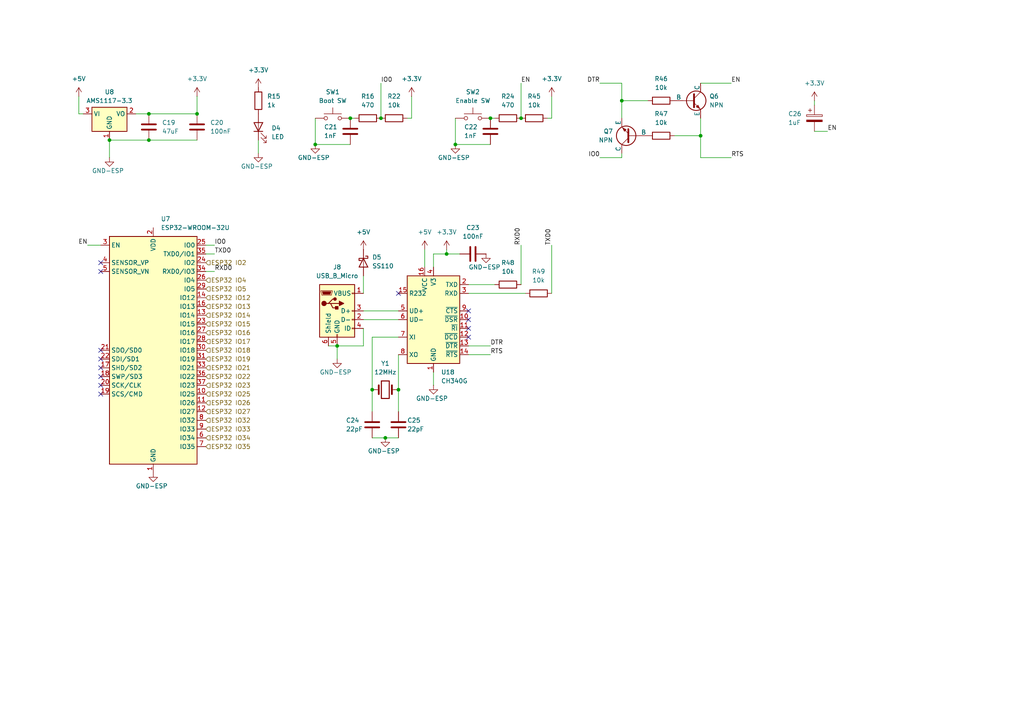
<source format=kicad_sch>
(kicad_sch (version 20231120) (generator "eeschema") (generator_version "8.0")
  (paper "A4")
  (lib_symbols
    (symbol "Connector:USB_B_Micro" (pin_names (offset 1.016))
      (property "Reference" "J" (at -5.08 11.43 0))
      (property "Value" "USB_B_Micro" (at -5.08 8.89 0))
      (symbol "USB_B_Micro_0_1"
        (rectangle (start -5.08 -7.62) (end 5.08 7.62) (stroke (width 0.254)) (fill (type background)))
        (circle (center -3.81 2.159) (radius 0.635) (stroke (width 0.254)) (fill (type outline)))
        (circle (center -0.635 3.429) (radius 0.381) (stroke (width 0.254)) (fill (type outline)))
        (rectangle (start -0.127 -7.62) (end 0.127 -6.858))
        (polyline (pts (xy -1.905 2.159) (xy 0.635 2.159)) (stroke (width 0.254)))
        (polyline (pts (xy -3.175 2.159) (xy -2.54 2.159) (xy -1.27 3.429) (xy -0.635 3.429)) (stroke (width 0.254)))
        (polyline (pts (xy -2.54 2.159) (xy -1.905 2.159) (xy -1.27 0.889) (xy 0 0.889)) (stroke (width 0.254)))
        (polyline (pts (xy 0.635 2.794) (xy 0.635 1.524) (xy 1.905 2.159) (xy 0.635 2.794)) (stroke (width 0.254)) (fill (type outline)))
        (polyline (pts (xy -4.318 5.588) (xy -1.778 5.588) (xy -2.032 4.826) (xy -4.064 4.826) (xy -4.318 5.588)) (fill (type outline)))
        (polyline (pts (xy -4.699 5.842) (xy -4.699 5.588) (xy -4.445 4.826) (xy -4.445 4.572) (xy -1.651 4.572) (xy -1.651 4.826) (xy -1.397 5.588) (xy -1.397 5.842) (xy -4.699 5.842)))
        (rectangle (start 0.254 1.27) (end -0.508 0.508) (stroke (width 0.254)) (fill (type outline)))
        (rectangle (start 5.08 -5.207) (end 4.318 -4.953))
        (rectangle (start 5.08 -2.667) (end 4.318 -2.413))
        (rectangle (start 5.08 -0.127) (end 4.318 0.127))
        (rectangle (start 5.08 4.953) (end 4.318 5.207))
      )
      (symbol "USB_B_Micro_1_1"
        (pin power_out line (at 7.62 5.08 180) (length 2.54) (name "VBUS") (number "1"))
        (pin bidirectional line (at 7.62 -2.54 180) (length 2.54) (name "D-") (number "2"))
        (pin bidirectional line (at 7.62 0 180) (length 2.54) (name "D+") (number "3"))
        (pin passive line (at 7.62 -5.08 180) (length 2.54) (name "ID") (number "4"))
        (pin power_out line (at 0 -10.16 90) (length 2.54) (name "GND") (number "5"))
        (pin passive line (at -2.54 -10.16 90) (length 2.54) (name "Shield") (number "6"))
      )
    )
    (symbol "Device:C" (pin_numbers hide) (pin_names (offset 0.254))
      (property "Reference" "C" (at 0.635 2.54 0))
      (property "Value" "C" (at 0.635 -2.54 0))
      (symbol "C_0_1"
        (polyline (pts (xy -2.032 -0.762) (xy 2.032 -0.762)) (stroke (width 0.508)))
        (polyline (pts (xy -2.032 0.762) (xy 2.032 0.762)) (stroke (width 0.508)))
      )
      (symbol "C_1_1"
        (pin passive line (at 0 3.81 270) (length 2.794) (name "~") (number "1"))
        (pin passive line (at 0 -3.81 90) (length 2.794) (name "~") (number "2"))
      )
    )
    (symbol "Device:C_Polarized" (pin_numbers hide) (pin_names (offset 0.254))
      (property "Reference" "C" (at 0.635 2.54 0))
      (property "Value" "C_Polarized" (at 0.635 -2.54 0))
      (symbol "C_Polarized_0_1"
        (rectangle (start -2.286 0.508) (end 2.286 1.016))
        (polyline (pts (xy -1.778 2.286) (xy -0.762 2.286)))
        (polyline (pts (xy -1.27 2.794) (xy -1.27 1.778)))
        (rectangle (start 2.286 -0.508) (end -2.286 -1.016) (fill (type outline)))
      )
      (symbol "C_Polarized_1_1"
        (pin passive line (at 0 3.81 270) (length 2.794) (name "~") (number "1"))
        (pin passive line (at 0 -3.81 90) (length 2.794) (name "~") (number "2"))
      )
    )
    (symbol "Device:Crystal" (pin_numbers hide) (pin_names (offset 1.016) hide)
      (property "Reference" "Y" (at 0 3.81 0))
      (property "Value" "Crystal" (at 0 -3.81 0))
      (symbol "Crystal_0_1"
        (rectangle (start -1.143 2.54) (end 1.143 -2.54) (stroke (width 0.3048)))
        (polyline (pts (xy -2.54 0) (xy -1.905 0)))
        (polyline (pts (xy -1.905 -1.27) (xy -1.905 1.27)) (stroke (width 0.508)))
        (polyline (pts (xy 1.905 -1.27) (xy 1.905 1.27)) (stroke (width 0.508)))
        (polyline (pts (xy 2.54 0) (xy 1.905 0)))
      )
      (symbol "Crystal_1_1"
        (pin passive line (at -3.81 0 0) (length 1.27) (name "1") (number "1"))
        (pin passive line (at 3.81 0 180) (length 1.27) (name "2") (number "2"))
      )
    )
    (symbol "Device:LED" (pin_numbers hide) (pin_names (offset 1.016) hide)
      (property "Reference" "D" (at 0 2.54 0))
      (property "Value" "LED" (at 0 -2.54 0))
      (symbol "LED_0_1"
        (polyline (pts (xy -1.27 -1.27) (xy -1.27 1.27)) (stroke (width 0.254)))
        (polyline (pts (xy -1.27 0) (xy 1.27 0)))
        (polyline (pts (xy 1.27 -1.27) (xy 1.27 1.27) (xy -1.27 0) (xy 1.27 -1.27)) (stroke (width 0.254)))
        (polyline (pts (xy -3.048 -0.762) (xy -4.572 -2.286) (xy -3.81 -2.286) (xy -4.572 -2.286) (xy -4.572 -1.524)))
        (polyline (pts (xy -1.778 -0.762) (xy -3.302 -2.286) (xy -2.54 -2.286) (xy -3.302 -2.286) (xy -3.302 -1.524)))
      )
      (symbol "LED_1_1"
        (pin passive line (at -3.81 0 0) (length 2.54) (name "K") (number "1"))
        (pin passive line (at 3.81 0 180) (length 2.54) (name "A") (number "2"))
      )
    )
    (symbol "Device:R" (pin_numbers hide) (pin_names (offset 0))
      (property "Reference" "R" (at 2.032 0 90))
      (property "Value" "R" (at 0 0 90))
      (symbol "R_0_1"
        (rectangle (start -1.016 -2.54) (end 1.016 2.54) (stroke (width 0.254)))
      )
      (symbol "R_1_1"
        (pin passive line (at 0 3.81 270) (length 1.27) (name "~") (number "1"))
        (pin passive line (at 0 -3.81 90) (length 1.27) (name "~") (number "2"))
      )
    )
    (symbol "Diode:SS110" (pin_numbers hide) (pin_names (offset 1.016) hide)
      (property "Reference" "D" (at 0 2.54 0))
      (property "Value" "SS110" (at 0 -2.54 0))
      (symbol "SS110_0_1"
        (polyline (pts (xy 1.27 0) (xy -1.27 0)))
        (polyline (pts (xy 1.27 1.27) (xy 1.27 -1.27) (xy -1.27 0) (xy 1.27 1.27)) (stroke (width 0.254)))
        (polyline (pts (xy -1.905 0.635) (xy -1.905 1.27) (xy -1.27 1.27) (xy -1.27 -1.27) (xy -0.635 -1.27) (xy -0.635 -0.635)) (stroke (width 0.254)))
      )
      (symbol "SS110_1_1"
        (pin passive line (at -3.81 0 0) (length 2.54) (name "K") (number "1"))
        (pin passive line (at 3.81 0 180) (length 2.54) (name "A") (number "2"))
      )
    )
    (symbol "Interface_USB:CH340G"
      (property "Reference" "U" (at -5.08 13.97 0))
      (property "Value" "CH340G" (at 1.27 13.97 0))
      (symbol "CH340G_0_1"
        (rectangle (start -7.62 12.7) (end 7.62 -12.7) (stroke (width 0.254)) (fill (type background)))
      )
      (symbol "CH340G_1_1"
        (pin power_in line (at 0 -15.24 90) (length 2.54) (name "GND") (number "1"))
        (pin input line (at 10.16 0 180) (length 2.54) (name "~{DSR}") (number "10"))
        (pin input line (at 10.16 -2.54 180) (length 2.54) (name "~{RI}") (number "11"))
        (pin input line (at 10.16 -5.08 180) (length 2.54) (name "~{DCD}") (number "12"))
        (pin output line (at 10.16 -7.62 180) (length 2.54) (name "~{DTR}") (number "13"))
        (pin output line (at 10.16 -10.16 180) (length 2.54) (name "~{RTS}") (number "14"))
        (pin input line (at -10.16 7.62 0) (length 2.54) (name "R232") (number "15"))
        (pin power_in line (at -2.54 15.24 270) (length 2.54) (name "VCC") (number "16"))
        (pin output line (at 10.16 10.16 180) (length 2.54) (name "TXD") (number "2"))
        (pin input line (at 10.16 7.62 180) (length 2.54) (name "RXD") (number "3"))
        (pin power_out line (at 0 15.24 270) (length 2.54) (name "V3") (number "4"))
        (pin bidirectional line (at -10.16 2.54 0) (length 2.54) (name "UD+") (number "5"))
        (pin bidirectional line (at -10.16 0 0) (length 2.54) (name "UD-") (number "6"))
        (pin input line (at -10.16 -5.08 0) (length 2.54) (name "XI") (number "7"))
        (pin output line (at -10.16 -10.16 0) (length 2.54) (name "XO") (number "8"))
        (pin input line (at 10.16 2.54 180) (length 2.54) (name "~{CTS}") (number "9"))
      )
    )
    (symbol "RF_Module:ESP32-WROOM-32U"
      (property "Reference" "U" (at -12.7 34.29 0))
      (property "Value" "ESP32-WROOM-32U" (at 1.27 34.29 0))
      (symbol "ESP32-WROOM-32U_0_1"
        (rectangle (start -12.7 33.02) (end 12.7 -33.02) (stroke (width 0.254)) (fill (type background)))
      )
      (symbol "ESP32-WROOM-32U_1_1"
        (pin power_in line (at 0 -35.56 90) (length 2.54) (name "GND") (number "1"))
        (pin bidirectional line (at 15.24 -12.7 180) (length 2.54) (name "IO25") (number "10"))
        (pin bidirectional line (at 15.24 -15.24 180) (length 2.54) (name "IO26") (number "11"))
        (pin bidirectional line (at 15.24 -17.78 180) (length 2.54) (name "IO27") (number "12"))
        (pin bidirectional line (at 15.24 10.16 180) (length 2.54) (name "IO14") (number "13"))
        (pin bidirectional line (at 15.24 15.24 180) (length 2.54) (name "IO12") (number "14"))
        (pin passive line (at 0 -35.56 90) (length 2.54) hide (name "GND") (number "15"))
        (pin bidirectional line (at 15.24 12.7 180) (length 2.54) (name "IO13") (number "16"))
        (pin bidirectional line (at -15.24 -5.08 0) (length 2.54) (name "SHD/SD2") (number "17"))
        (pin bidirectional line (at -15.24 -7.62 0) (length 2.54) (name "SWP/SD3") (number "18"))
        (pin bidirectional line (at -15.24 -12.7 0) (length 2.54) (name "SCS/CMD") (number "19"))
        (pin power_in line (at 0 35.56 270) (length 2.54) (name "VDD") (number "2"))
        (pin bidirectional line (at -15.24 -10.16 0) (length 2.54) (name "SCK/CLK") (number "20"))
        (pin bidirectional line (at -15.24 0 0) (length 2.54) (name "SDO/SD0") (number "21"))
        (pin bidirectional line (at -15.24 -2.54 0) (length 2.54) (name "SDI/SD1") (number "22"))
        (pin bidirectional line (at 15.24 7.62 180) (length 2.54) (name "IO15") (number "23"))
        (pin bidirectional line (at 15.24 25.4 180) (length 2.54) (name "IO2") (number "24"))
        (pin bidirectional line (at 15.24 30.48 180) (length 2.54) (name "IO0") (number "25"))
        (pin bidirectional line (at 15.24 20.32 180) (length 2.54) (name "IO4") (number "26"))
        (pin bidirectional line (at 15.24 5.08 180) (length 2.54) (name "IO16") (number "27"))
        (pin bidirectional line (at 15.24 2.54 180) (length 2.54) (name "IO17") (number "28"))
        (pin bidirectional line (at 15.24 17.78 180) (length 2.54) (name "IO5") (number "29"))
        (pin input line (at -15.24 30.48 0) (length 2.54) (name "EN") (number "3"))
        (pin bidirectional line (at 15.24 0 180) (length 2.54) (name "IO18") (number "30"))
        (pin bidirectional line (at 15.24 -2.54 180) (length 2.54) (name "IO19") (number "31"))
        (pin no_connect line (at -12.7 -27.94 0) (length 2.54) hide (name "NC") (number "32"))
        (pin bidirectional line (at 15.24 -5.08 180) (length 2.54) (name "IO21") (number "33"))
        (pin bidirectional line (at 15.24 22.86 180) (length 2.54) (name "RXD0/IO3") (number "34"))
        (pin bidirectional line (at 15.24 27.94 180) (length 2.54) (name "TXD0/IO1") (number "35"))
        (pin bidirectional line (at 15.24 -7.62 180) (length 2.54) (name "IO22") (number "36"))
        (pin bidirectional line (at 15.24 -10.16 180) (length 2.54) (name "IO23") (number "37"))
        (pin passive line (at 0 -35.56 90) (length 2.54) hide (name "GND") (number "38"))
        (pin passive line (at 0 -35.56 90) (length 2.54) hide (name "GND") (number "39"))
        (pin input line (at -15.24 25.4 0) (length 2.54) (name "SENSOR_VP") (number "4"))
        (pin input line (at -15.24 22.86 0) (length 2.54) (name "SENSOR_VN") (number "5"))
        (pin input line (at 15.24 -25.4 180) (length 2.54) (name "IO34") (number "6"))
        (pin input line (at 15.24 -27.94 180) (length 2.54) (name "IO35") (number "7"))
        (pin bidirectional line (at 15.24 -20.32 180) (length 2.54) (name "IO32") (number "8"))
        (pin bidirectional line (at 15.24 -22.86 180) (length 2.54) (name "IO33") (number "9"))
      )
    )
    (symbol "Regulator_Linear:AMS1117-3.3"
      (property "Reference" "U" (at -3.81 3.175 0))
      (property "Value" "AMS1117-3.3" (at 0 3.175 0))
      (symbol "AMS1117-3.3_0_1"
        (rectangle (start -5.08 -5.08) (end 5.08 1.905) (stroke (width 0.254)) (fill (type background)))
      )
      (symbol "AMS1117-3.3_1_1"
        (pin power_in line (at 0 -7.62 90) (length 2.54) (name "GND") (number "1"))
        (pin power_out line (at 7.62 0 180) (length 2.54) (name "VO") (number "2"))
        (pin power_in line (at -7.62 0 0) (length 2.54) (name "VI") (number "3"))
      )
    )
    (symbol "Simulation_SPICE:NPN" (pin_numbers hide) (pin_names (offset 0))
      (property "Reference" "Q" (at -2.54 7.62 0))
      (property "Value" "NPN" (at -2.54 5.08 0))
      (symbol "NPN_0_1"
        (polyline (pts (xy -2.54 0) (xy 0.635 0)) (stroke (width 0.1524)))
        (polyline (pts (xy 0.635 0.635) (xy 2.54 2.54)))
        (polyline (pts (xy 2.794 -1.27) (xy 2.794 -1.27)) (stroke (width 0.1524)))
        (polyline (pts (xy 2.794 -1.27) (xy 2.794 -1.27)) (stroke (width 0.1524)))
        (polyline (pts (xy 0.635 -0.635) (xy 2.54 -2.54) (xy 2.54 -2.54)))
        (polyline (pts (xy 0.635 1.905) (xy 0.635 -1.905) (xy 0.635 -1.905)) (stroke (width 0.508)))
        (polyline (pts (xy 1.27 -1.778) (xy 1.778 -1.27) (xy 2.286 -2.286) (xy 1.27 -1.778) (xy 1.27 -1.778)) (fill (type outline)))
        (circle (center 1.27 0) (radius 2.8194) (stroke (width 0.254)))
      )
      (symbol "NPN_1_1"
        (pin open_collector line (at 2.54 5.08 270) (length 2.54) (name "C") (number "1"))
        (pin input line (at -5.08 0 0) (length 2.54) (name "B") (number "2"))
        (pin open_emitter line (at 2.54 -5.08 90) (length 2.54) (name "E") (number "3"))
      )
    )
    (symbol "Switch:SW_Push" (pin_numbers hide) (pin_names (offset 1.016) hide)
      (property "Reference" "SW" (at 1.27 2.54 0))
      (property "Value" "SW_Push" (at 0 -1.524 0))
      (symbol "SW_Push_0_1"
        (circle (center -2.032 0) (radius 0.508))
        (polyline (pts (xy 0 1.27) (xy 0 3.048)))
        (polyline (pts (xy 2.54 1.27) (xy -2.54 1.27)))
        (circle (center 2.032 0) (radius 0.508))
        (pin passive line (at -5.08 0 0) (length 2.54) (name "1") (number "1"))
        (pin passive line (at 5.08 0 180) (length 2.54) (name "2") (number "2"))
      )
    )
    (symbol "power:+12V" (power) (pin_numbers hide) (pin_names (offset 0) hide)
      (property "Value" "+12V" (at 0 3.556 0))
      (symbol "+12V_0_1"
        (polyline (pts (xy -0.762 1.27) (xy 0 2.54)))
        (polyline (pts (xy 0 0) (xy 0 2.54)))
        (polyline (pts (xy 0 2.54) (xy 0.762 1.27)))
      )
      (symbol "+12V_1_1"
        (pin power_in line (at 0 0 90) (length 0) (name "~") (number "1"))
      )
    )
    (symbol "power:GND" (power) (pin_numbers hide) (pin_names (offset 0) hide)
      (property "Value" "GND" (at 0 -3.81 0))
      (symbol "GND_0_1"
        (polyline (pts (xy 0 0) (xy 0 -1.27) (xy 1.27 -1.27) (xy 0 -2.54) (xy -1.27 -1.27) (xy 0 -1.27)))
      )
      (symbol "GND_1_1"
        (pin power_in line (at 0 0 270) (length 0) (name "~") (number "1"))
      )
    )
  )
  (junction (at 151.13 34.29))
  (junction (at 132.08 41.91))
  (junction (at 91.44 41.91))
  (junction (at 142.24 34.29))
  (junction (at 111.76 127))
  (junction (at 115.57 113.03))
  (junction (at 97.79 100.33))
  (junction (at 180.34 29.21))
  (junction (at 43.18 40.64))
  (junction (at 107.95 113.03))
  (junction (at 203.2 39.37))
  (junction (at 101.6 34.29))
  (junction (at 43.18 33.02))
  (junction (at 57.15 33.02))
  (junction (at 31.75 40.64))
  (junction (at 110.49 34.29))
  (junction (at 129.54 73.66))
  (no_connect (at 29.21 111.76))
  (no_connect (at 29.21 104.14))
  (no_connect (at 29.21 106.68))
  (no_connect (at 29.21 78.74))
  (no_connect (at 135.89 97.79))
  (no_connect (at 29.21 114.3))
  (no_connect (at 29.21 109.22))
  (no_connect (at 29.21 101.6))
  (no_connect (at 135.89 90.17))
  (no_connect (at 115.57 85.09))
  (no_connect (at 29.21 76.2))
  (no_connect (at 135.89 92.71))
  (no_connect (at 135.89 95.25))
  (wire (pts (xy 143.51 34.29) (xy 142.24 34.29)))
  (wire (pts (xy 105.41 100.33) (xy 97.79 100.33)))
  (wire (pts (xy 125.73 73.66) (xy 129.54 73.66)))
  (wire (pts (xy 142.24 100.33) (xy 135.89 100.33)))
  (wire (pts (xy 119.38 27.94) (xy 119.38 34.29)))
  (wire (pts (xy 125.73 111.76) (xy 125.73 107.95)))
  (wire (pts (xy 31.75 40.64) (xy 43.18 40.64)))
  (wire (pts (xy 115.57 97.79) (xy 107.95 97.79)))
  (wire (pts (xy 39.37 33.02) (xy 43.18 33.02)))
  (wire (pts (xy 105.41 92.71) (xy 115.57 92.71)))
  (wire (pts (xy 135.89 82.55) (xy 143.51 82.55)))
  (wire (pts (xy 180.34 45.72) (xy 180.34 44.45)))
  (wire (pts (xy 195.58 39.37) (xy 203.2 39.37)))
  (wire (pts (xy 180.34 29.21) (xy 180.34 34.29)))
  (wire (pts (xy 173.99 24.13) (xy 180.34 24.13)))
  (wire (pts (xy 62.23 71.12) (xy 59.69 71.12)))
  (wire (pts (xy 91.44 41.91) (xy 101.6 41.91)))
  (wire (pts (xy 160.02 71.12) (xy 160.02 85.09)))
  (wire (pts (xy 212.09 45.72) (xy 203.2 45.72)))
  (wire (pts (xy 180.34 29.21) (xy 187.96 29.21)))
  (wire (pts (xy 123.19 72.39) (xy 123.19 77.47)))
  (wire (pts (xy 203.2 45.72) (xy 203.2 39.37)))
  (wire (pts (xy 160.02 34.29) (xy 158.75 34.29)))
  (wire (pts (xy 57.15 27.94) (xy 57.15 33.02)))
  (wire (pts (xy 107.95 97.79) (xy 107.95 113.03)))
  (wire (pts (xy 74.93 44.45) (xy 74.93 40.64)))
  (wire (pts (xy 115.57 119.38) (xy 115.57 113.03)))
  (wire (pts (xy 25.4 71.12) (xy 29.21 71.12)))
  (wire (pts (xy 62.23 78.74) (xy 59.69 78.74)))
  (wire (pts (xy 151.13 24.13) (xy 151.13 34.29)))
  (wire (pts (xy 129.54 72.39) (xy 129.54 73.66)))
  (wire (pts (xy 173.99 45.72) (xy 180.34 45.72)))
  (wire (pts (xy 107.95 119.38) (xy 107.95 113.03)))
  (wire (pts (xy 180.34 24.13) (xy 180.34 29.21)))
  (wire (pts (xy 97.79 104.14) (xy 97.79 100.33)))
  (wire (pts (xy 62.23 73.66) (xy 59.69 73.66)))
  (wire (pts (xy 111.76 127) (xy 115.57 127)))
  (wire (pts (xy 107.95 127) (xy 111.76 127)))
  (wire (pts (xy 91.44 41.91) (xy 91.44 34.29)))
  (wire (pts (xy 142.24 102.87) (xy 135.89 102.87)))
  (wire (pts (xy 43.18 40.64) (xy 57.15 40.64)))
  (wire (pts (xy 212.09 24.13) (xy 203.2 24.13)))
  (wire (pts (xy 160.02 27.94) (xy 160.02 34.29)))
  (wire (pts (xy 203.2 39.37) (xy 203.2 34.29)))
  (wire (pts (xy 125.73 73.66) (xy 125.73 77.47)))
  (wire (pts (xy 22.86 33.02) (xy 24.13 33.02)))
  (wire (pts (xy 132.08 41.91) (xy 142.24 41.91)))
  (wire (pts (xy 31.75 45.72) (xy 31.75 40.64)))
  (wire (pts (xy 110.49 24.13) (xy 110.49 34.29)))
  (wire (pts (xy 119.38 34.29) (xy 118.11 34.29)))
  (wire (pts (xy 105.41 80.01) (xy 105.41 85.09)))
  (wire (pts (xy 129.54 73.66) (xy 133.35 73.66)))
  (wire (pts (xy 102.87 34.29) (xy 101.6 34.29)))
  (wire (pts (xy 132.08 41.91) (xy 132.08 34.29)))
  (wire (pts (xy 95.25 100.33) (xy 97.79 100.33)))
  (wire (pts (xy 151.13 71.12) (xy 151.13 82.55)))
  (wire (pts (xy 240.03 38.1) (xy 236.22 38.1)))
  (wire (pts (xy 115.57 102.87) (xy 115.57 113.03)))
  (wire (pts (xy 236.22 29.21) (xy 236.22 30.48)))
  (wire (pts (xy 105.41 95.25) (xy 105.41 100.33)))
  (wire (pts (xy 135.89 85.09) (xy 152.4 85.09)))
  (wire (pts (xy 43.18 33.02) (xy 57.15 33.02)))
  (wire (pts (xy 105.41 90.17) (xy 115.57 90.17)))
  (wire (pts (xy 22.86 27.94) (xy 22.86 33.02)))
  (label "TXD0" (at 160.02 71.12 90))
  (label "EN" (at 151.13 24.13 0))
  (label "EN" (at 25.4 71.12 180))
  (label "IO0" (at 62.23 71.12 0))
  (label "RTS" (at 212.09 45.72 0))
  (label "RXD0" (at 62.23 78.74 0))
  (label "RTS" (at 142.24 102.87 0))
  (label "EN" (at 240.03 38.1 0))
  (label "DTR" (at 142.24 100.33 0))
  (label "DTR" (at 173.99 24.13 180))
  (label "EN" (at 212.09 24.13 0))
  (label "IO0" (at 173.99 45.72 180))
  (label "IO0" (at 110.49 24.13 0))
  (label "TXD0" (at 62.23 73.66 0))
  (label "RXD0" (at 151.13 71.12 90))
  (hierarchical_label "ESP32 IO34" (shape input) (at 59.69 127 0))
  (hierarchical_label "ESP32 IO15" (shape input) (at 59.69 93.98 0))
  (hierarchical_label "ESP32 IO26" (shape input) (at 59.69 116.84 0))
  (hierarchical_label "ESP32 IO22" (shape input) (at 59.69 109.22 0))
  (hierarchical_label "ESP32 IO14" (shape input) (at 59.69 91.44 0))
  (hierarchical_label "ESP32 IO16" (shape input) (at 59.69 96.52 0))
  (hierarchical_label "ESP32 IO27" (shape input) (at 59.69 119.38 0))
  (hierarchical_label "ESP32 IO32" (shape input) (at 59.69 121.92 0))
  (hierarchical_label "ESP32 IO17" (shape input) (at 59.69 99.06 0))
  (hierarchical_label "ESP32 IO4" (shape input) (at 59.69 81.28 0))
  (hierarchical_label "ESP32 IO12" (shape input) (at 59.69 86.36 0))
  (hierarchical_label "ESP32 IO35" (shape input) (at 59.69 129.54 0))
  (hierarchical_label "ESP32 IO2" (shape input) (at 59.69 76.2 0))
  (hierarchical_label "ESP32 IO5" (shape input) (at 59.69 83.82 0))
  (hierarchical_label "ESP32 IO13" (shape input) (at 59.69 88.9 0))
  (hierarchical_label "ESP32 IO33" (shape input) (at 59.69 124.46 0))
  (hierarchical_label "ESP32 IO25" (shape input) (at 59.69 114.3 0))
  (hierarchical_label "ESP32 IO21" (shape input) (at 59.69 106.68 0))
  (hierarchical_label "ESP32 IO18" (shape input) (at 59.69 101.6 0))
  (hierarchical_label "ESP32 IO19" (shape input) (at 59.69 104.14 0))
  (hierarchical_label "ESP32 IO23" (shape input) (at 59.69 111.76 0))
  (symbol (lib_id "power:GND") (at 111.76 127 0) (unit 1)
    (property "Reference" "#PWR089" (effects (hide yes)))
    (property "Value" "GND-ESP" (at 106.68 130.81 0) (effects (justify left)))
    (property "Description" "Power symbol creates a global label with name \"GND\" , ground" (effects (hide yes)))
  )
  (symbol (lib_id "power:+12V") (at 105.41 72.39 0) (unit 1)
    (property "Reference" "#PWR088" (effects (hide yes)))
    (property "Value" "+5V" (at 105.41 67.31 0))
    (property "Description" "Power symbol creates a global label with name \"+12V\"" (effects (hide yes)))
  )
  (symbol (lib_id "power:+12V") (at 57.15 27.94 0) (unit 1)
    (property "Reference" "#PWR064" (effects (hide yes)))
    (property "Value" "+3.3V" (at 57.15 22.86 0))
    (property "Description" "Power symbol creates a global label with name \"+12V\"" (effects (hide yes)))
  )
  (symbol (lib_id "power:GND") (at 31.75 45.72 0) (unit 1)
    (property "Reference" "#PWR039" (effects (hide yes)))
    (property "Value" "GND-ESP" (at 26.67 49.53 0) (effects (justify left)))
    (property "Description" "Power symbol creates a global label with name \"GND\" , ground" (effects (hide yes)))
  )
  (symbol (lib_id "RF_Module:ESP32-WROOM-32U") (at 44.45 101.6 0) (unit 1)
    (property "Reference" "U7" (at 46.6441 63.5 0) (effects (justify left)))
    (property "Value" "ESP32-WROOM-32U" (at 46.6441 66.04 0) (effects (justify left)))
    (property "Footprint" "RF_Module:ESP32-WROOM-32U" (effects (hide yes)))
    (property "Datasheet" "https://www.espressif.com/sites/default/files/documentation/esp32-wroom-32d_esp32-wroom-32u_datasheet_en.pdf" (effects (hide yes)))
    (property "Description" "RF Module, ESP32-D0WD SoC, Wi-Fi 802.11b/g/n, Bluetooth, BLE, 32-bit, 2.7-3.6V, external antenna, SMD" (effects (hide yes)))
  )
  (symbol (lib_id "power:GND") (at 74.93 44.45 0) (unit 1)
    (property "Reference" "#PWR072" (effects (hide yes)))
    (property "Value" "GND-ESP" (at 69.85 48.26 0) (effects (justify left)))
    (property "Description" "Power symbol creates a global label with name \"GND\" , ground" (effects (hide yes)))
  )
  (symbol (lib_id "power:GND") (at 132.08 41.91 0) (unit 1)
    (property "Reference" "#PWR081" (effects (hide yes)))
    (property "Value" "GND-ESP" (at 127 45.72 0) (effects (justify left)))
    (property "Description" "Power symbol creates a global label with name \"GND\" , ground" (effects (hide yes)))
  )
  (symbol (lib_id "Device:C") (at 137.16 73.66 90) (unit 1)
    (property "Reference" "C23" (at 137.16 66.04 90))
    (property "Value" "100nF" (at 137.16 68.58 90))
    (property "Description" "Unpolarized capacitor" (effects (hide yes)))
  )
  (symbol (lib_id "power:GND") (at 44.45 137.16 0) (unit 1)
    (property "Reference" "#PWR090" (effects (hide yes)))
    (property "Value" "GND-ESP" (at 39.37 140.97 0) (effects (justify left)))
    (property "Description" "Power symbol creates a global label with name \"GND\" , ground" (effects (hide yes)))
  )
  (symbol (lib_id "Device:R") (at 156.21 85.09 90) (unit 1)
    (property "Reference" "R49" (at 156.21 78.74 90))
    (property "Value" "10k" (at 156.21 81.28 90))
    (property "Description" "Resistor" (effects (hide yes)))
  )
  (symbol (lib_id "Device:R") (at 114.3 34.29 90) (unit 1)
    (property "Reference" "R22" (at 114.3 27.94 90))
    (property "Value" "10k" (at 114.3 30.48 90))
    (property "Description" "Resistor" (effects (hide yes)))
  )
  (symbol (lib_id "power:GND") (at 97.79 104.14 0) (unit 1)
    (property "Reference" "#PWR087" (effects (hide yes)))
    (property "Value" "GND-ESP" (at 92.71 107.95 0) (effects (justify left)))
    (property "Description" "Power symbol creates a global label with name \"GND\" , ground" (effects (hide yes)))
  )
  (symbol (lib_id "Device:Crystal") (at 111.76 113.03 0) (unit 1)
    (property "Reference" "Y1" (at 111.76 105.41 0))
    (property "Value" "12MHz" (at 111.76 107.95 0))
    (property "Description" "Two pin crystal" (effects (hide yes)))
  )
  (symbol (lib_id "power:+12V") (at 236.22 29.21 0) (unit 1)
    (property "Reference" "#PWR091" (effects (hide yes)))
    (property "Value" "+3.3V" (at 236.22 24.13 0))
    (property "Description" "Power symbol creates a global label with name \"+12V\"" (effects (hide yes)))
  )
  (symbol (lib_id "Device:R") (at 154.94 34.29 90) (unit 1)
    (property "Reference" "R45" (at 154.94 27.94 90))
    (property "Value" "10k" (at 154.94 30.48 90))
    (property "Description" "Resistor" (effects (hide yes)))
  )
  (symbol (lib_id "power:GND") (at 125.73 111.76 0) (unit 1)
    (property "Reference" "#PWR086" (effects (hide yes)))
    (property "Value" "GND-ESP" (at 120.65 115.57 0) (effects (justify left)))
    (property "Description" "Power symbol creates a global label with name \"GND\" , ground" (effects (hide yes)))
  )
  (symbol (lib_id "Device:R") (at 191.77 39.37 90) (unit 1)
    (property "Reference" "R47" (at 191.77 33.02 90))
    (property "Value" "10k" (at 191.77 35.56 90))
    (property "Description" "Resistor" (effects (hide yes)))
  )
  (symbol (lib_id "Device:C") (at 107.95 123.19 0) (unit 1)
    (property "Reference" "C24" (at 100.33 121.92 0) (effects (justify left)))
    (property "Value" "22pF" (at 100.33 124.46 0) (effects (justify left)))
    (property "Description" "Unpolarized capacitor" (effects (hide yes)))
  )
  (symbol (lib_id "power:+12V") (at 22.86 27.94 0) (unit 1)
    (property "Reference" "#PWR052" (effects (hide yes)))
    (property "Value" "+5V" (at 22.86 22.86 0))
    (property "Description" "Power symbol creates a global label with name \"+12V\"" (effects (hide yes)))
  )
  (symbol (lib_id "Regulator_Linear:AMS1117-3.3") (at 31.75 33.02 0) (unit 1)
    (property "Reference" "U8" (at 31.75 26.67 0))
    (property "Value" "AMS1117-3.3" (at 31.75 29.21 0))
    (property "Footprint" "Package_TO_SOT_SMD:SOT-223-3_TabPin2" (effects (hide yes)))
    (property "Datasheet" "http://www.advanced-monolithic.com/pdf/ds1117.pdf" (effects (hide yes)))
    (property "Description" "1A Low Dropout regulator, positive, 3.3V fixed output, SOT-223" (effects (hide yes)))
  )
  (symbol (lib_id "Interface_USB:CH340G") (at 125.73 92.71 0) (unit 1)
    (property "Reference" "U18" (at 127.9241 107.95 0) (effects (justify left)))
    (property "Value" "CH340G" (at 127.9241 110.49 0) (effects (justify left)))
    (property "Footprint" "Package_SO:SOIC-16_3.9x9.9mm_P1.27mm" (effects (hide yes)))
    (property "Datasheet" "http://www.datasheet5.com/pdf-local-2195953" (effects (hide yes)))
    (property "Description" "USB serial converter, UART, SOIC-16" (effects (hide yes)))
  )
  (symbol (lib_id "Device:C") (at 57.15 36.83 0) (unit 1)
    (property "Reference" "C20" (at 60.96 35.5599 0) (effects (justify left)))
    (property "Value" "100nF" (at 60.96 38.0999 0) (effects (justify left)))
    (property "Description" "Unpolarized capacitor" (effects (hide yes)))
  )
  (symbol (lib_id "power:GND") (at 91.44 41.91 0) (unit 1)
    (property "Reference" "#PWR080" (effects (hide yes)))
    (property "Value" "GND-ESP" (at 86.36 45.72 0) (effects (justify left)))
    (property "Description" "Power symbol creates a global label with name \"GND\" , ground" (effects (hide yes)))
  )
  (symbol (lib_id "Device:R") (at 147.32 34.29 90) (unit 1)
    (property "Reference" "R24" (at 147.32 27.94 90))
    (property "Value" "470" (at 147.32 30.48 90))
    (property "Description" "Resistor" (effects (hide yes)))
  )
  (symbol (lib_id "power:+12V") (at 119.38 27.94 0) (unit 1)
    (property "Reference" "#PWR073" (effects (hide yes)))
    (property "Value" "+3.3V" (at 119.38 22.86 0))
    (property "Description" "Power symbol creates a global label with name \"+12V\"" (effects (hide yes)))
  )
  (symbol (lib_id "Device:C_Polarized") (at 236.22 34.29 0) (unit 1)
    (property "Reference" "C26" (at 228.6 33.02 0) (effects (justify left)))
    (property "Value" "1uF" (at 228.6 35.56 0) (effects (justify left)))
    (property "Footprint" "Capacitor_SMD:C_1206_3216Metric" (effects (hide yes)))
    (property "Description" "Polarized capacitor" (effects (hide yes)))
  )
  (symbol (lib_id "Simulation_SPICE:NPN") (at 200.66 29.21 0) (unit 1)
    (property "Reference" "Q6" (at 205.74 27.9399 0) (effects (justify left)))
    (property "Value" "NPN" (at 205.74 30.4799 0) (effects (justify left)))
    (property "Datasheet" "https://ngspice.sourceforge.io/docs/ngspice-html-manual/manual.xhtml#cha_BJTs" (effects (hide yes)))
    (property "Description" "Bipolar transistor symbol for simulation only, substrate tied to the emitter" (effects (hide yes)))
    (property "Sim.Device" "NPN" (effects (hide yes)))
    (property "Sim.Type" "GUMMELPOON" (effects (hide yes)))
    (property "Sim.Pins" "1=C 2=B 3=E" (effects (hide yes)))
  )
  (symbol (lib_id "power:+12V") (at 129.54 72.39 0) (unit 1)
    (property "Reference" "#PWR084" (effects (hide yes)))
    (property "Value" "+3.3V" (at 129.54 67.31 0))
    (property "Description" "Power symbol creates a global label with name \"+12V\"" (effects (hide yes)))
  )
  (symbol (lib_id "power:+12V") (at 123.19 72.39 0) (unit 1)
    (property "Reference" "#PWR083" (effects (hide yes)))
    (property "Value" "+5V" (at 123.19 67.31 0))
    (property "Description" "Power symbol creates a global label with name \"+12V\"" (effects (hide yes)))
  )
  (symbol (lib_id "Device:C") (at 101.6 38.1 0) (unit 1)
    (property "Reference" "C21" (at 93.98 36.83 0) (effects (justify left)))
    (property "Value" "1nF" (at 93.98 39.37 0) (effects (justify left)))
    (property "Description" "Unpolarized capacitor" (effects (hide yes)))
  )
  (symbol (lib_id "Device:C") (at 142.24 38.1 0) (unit 1)
    (property "Reference" "C22" (at 134.62 36.83 0) (effects (justify left)))
    (property "Value" "1nF" (at 134.62 39.37 0) (effects (justify left)))
    (property "Description" "Unpolarized capacitor" (effects (hide yes)))
  )
  (symbol (lib_id "Device:R") (at 147.32 82.55 90) (unit 1)
    (property "Reference" "R48" (at 147.32 76.2 90))
    (property "Value" "10k" (at 147.32 78.74 90))
    (property "Description" "Resistor" (effects (hide yes)))
  )
  (symbol (lib_id "Device:C") (at 43.18 36.83 0) (unit 1)
    (property "Reference" "C19" (at 46.99 35.5599 0) (effects (justify left)))
    (property "Value" "47uF" (at 46.99 38.0999 0) (effects (justify left)))
    (property "Description" "Unpolarized capacitor" (effects (hide yes)))
  )
  (symbol (lib_id "Device:R") (at 106.68 34.29 90) (unit 1)
    (property "Reference" "R16" (at 106.68 27.94 90))
    (property "Value" "470" (at 106.68 30.48 90))
    (property "Description" "Resistor" (effects (hide yes)))
  )
  (symbol (lib_id "power:+12V") (at 160.02 27.94 0) (unit 1)
    (property "Reference" "#PWR082" (effects (hide yes)))
    (property "Value" "+3.3V" (at 160.02 22.86 0))
    (property "Description" "Power symbol creates a global label with name \"+12V\"" (effects (hide yes)))
  )
  (symbol (lib_id "Connector:USB_B_Micro") (at 97.79 90.17 0) (unit 1)
    (property "Reference" "J8" (at 97.79 77.47 0))
    (property "Value" "USB_B_Micro" (at 97.79 80.01 0))
    (property "Description" "USB Micro Type B connector" (effects (hide yes)))
  )
  (symbol (lib_id "Diode:SS110") (at 105.41 76.2 270) (unit 1)
    (property "Reference" "D5" (at 107.95 74.6124 90) (effects (justify left)))
    (property "Value" "SS110" (at 107.95 77.1524 90) (effects (justify left)))
    (property "Footprint" "Diode_SMD:D_SMA" (effects (hide yes)))
    (property "Datasheet" "https://www.smc-diodes.com/propdf/SS12-SS110%20N0229%20REV.C.pdf" (effects (hide yes)))
    (property "Description" "100V 1A Schottky Diode, SMA" (effects (hide yes)))
  )
  (symbol (lib_id "Device:C") (at 115.57 123.19 0) (unit 1)
    (property "Reference" "C25" (at 118.11 121.92 0) (effects (justify left)))
    (property "Value" "22pF" (at 118.11 124.46 0) (effects (justify left)))
    (property "Description" "Unpolarized capacitor" (effects (hide yes)))
  )
  (symbol (lib_id "power:GND") (at 140.97 73.66 0) (unit 1)
    (property "Reference" "#PWR085" (effects (hide yes)))
    (property "Value" "GND-ESP" (at 135.89 77.47 0) (effects (justify left)))
    (property "Description" "Power symbol creates a global label with name \"GND\" , ground" (effects (hide yes)))
  )
  (symbol (lib_id "Switch:SW_Push") (at 96.52 34.29 0) (unit 1)
    (property "Reference" "SW1" (at 96.52 26.67 0))
    (property "Value" "Boot SW" (at 96.52 29.21 0))
    (property "Description" "Push button switch, generic, two pins" (effects (hide yes)))
  )
  (symbol (lib_id "Switch:SW_Push") (at 137.16 34.29 0) (unit 1)
    (property "Reference" "SW2" (at 137.16 26.67 0))
    (property "Value" "Enable SW" (at 137.16 29.21 0))
    (property "Description" "Push button switch, generic, two pins" (effects (hide yes)))
  )
  (symbol (lib_id "power:+12V") (at 74.93 25.4 0) (unit 1)
    (property "Reference" "#PWR067" (effects (hide yes)))
    (property "Value" "+3.3V" (at 74.93 20.32 0))
    (property "Description" "Power symbol creates a global label with name \"+12V\"" (effects (hide yes)))
  )
  (symbol (lib_id "Simulation_SPICE:NPN") (at 182.88 39.37 180) (unit 1)
    (property "Reference" "Q7" (at 177.8 38.0999 0) (effects (justify left)))
    (property "Value" "NPN" (at 177.8 40.6399 0) (effects (justify left)))
    (property "Datasheet" "https://ngspice.sourceforge.io/docs/ngspice-html-manual/manual.xhtml#cha_BJTs" (effects (hide yes)))
    (property "Description" "Bipolar transistor symbol for simulation only, substrate tied to the emitter" (effects (hide yes)))
    (property "Sim.Device" "NPN" (effects (hide yes)))
    (property "Sim.Type" "GUMMELPOON" (effects (hide yes)))
    (property "Sim.Pins" "1=C 2=B 3=E" (effects (hide yes)))
  )
  (symbol (lib_id "Device:LED") (at 74.93 36.83 90) (unit 1)
    (property "Reference" "D4" (at 78.74 37.1474 90) (effects (justify right)))
    (property "Value" "LED" (at 78.74 39.6874 90) (effects (justify right)))
    (property "Description" "Light emitting diode" (effects (hide yes)))
  )
  (symbol (lib_id "Device:R") (at 191.77 29.21 90) (unit 1)
    (property "Reference" "R46" (at 191.77 22.86 90))
    (property "Value" "10k" (at 191.77 25.4 90))
    (property "Description" "Resistor" (effects (hide yes)))
  )
  (symbol (lib_id "Device:R") (at 74.93 29.21 0) (unit 1)
    (property "Reference" "R15" (at 77.47 27.9399 0) (effects (justify left)))
    (property "Value" "1k" (at 77.47 30.4799 0) (effects (justify left)))
    (property "Description" "Resistor" (effects (hide yes)))
  )
)
</source>
